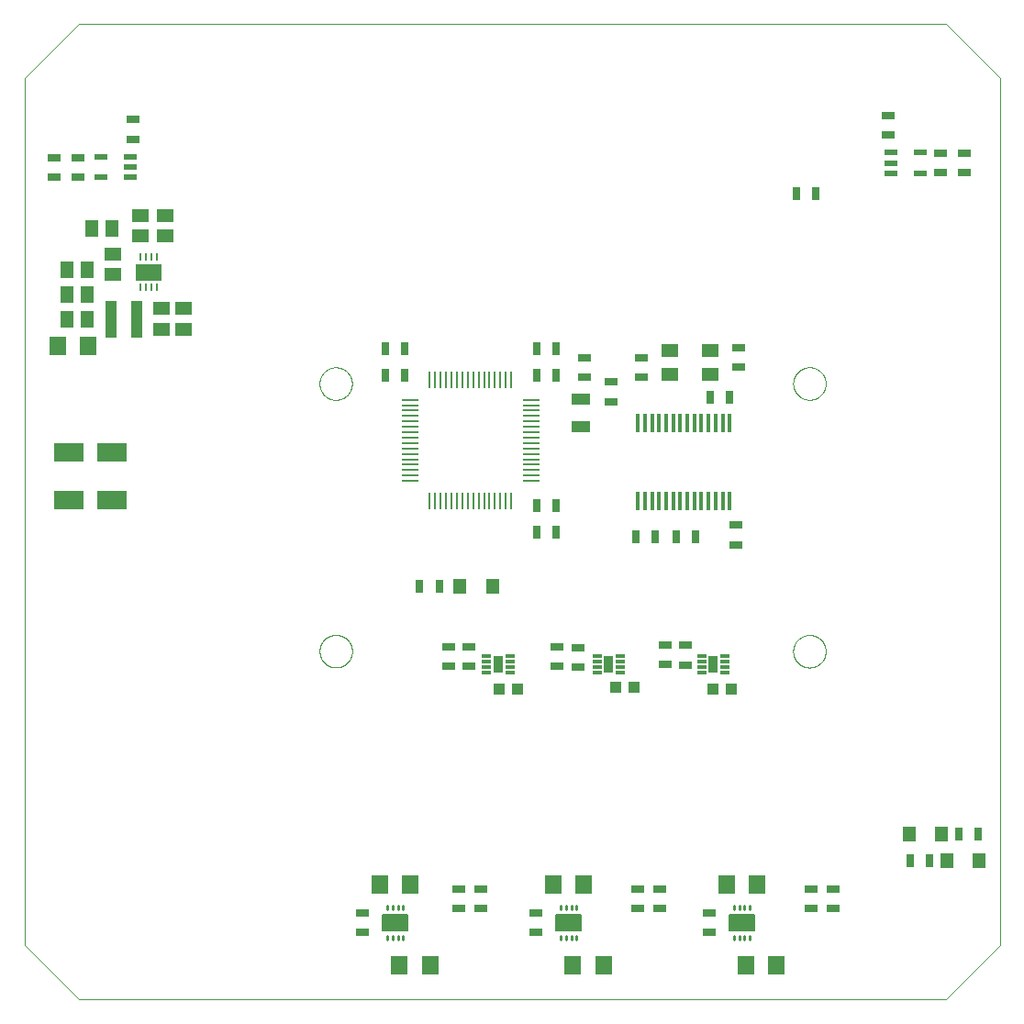
<source format=gtp>
G75*
%MOIN*%
%OFA0B0*%
%FSLAX25Y25*%
%IPPOS*%
%LPD*%
%AMOC8*
5,1,8,0,0,1.08239X$1,22.5*
%
%ADD10R,0.03937X0.04331*%
%ADD11R,0.03268X0.01181*%
%ADD12R,0.03543X0.06299*%
%ADD13C,0.00000*%
%ADD14R,0.04724X0.03150*%
%ADD15R,0.00984X0.06102*%
%ADD16R,0.06102X0.00984*%
%ADD17R,0.01575X0.06890*%
%ADD18R,0.07087X0.03937*%
%ADD19R,0.03150X0.04724*%
%ADD20R,0.06299X0.04921*%
%ADD21R,0.03937X0.00984*%
%ADD22R,0.00984X0.03937*%
%ADD23R,0.04724X0.02362*%
%ADD24R,0.04724X0.05512*%
%ADD25R,0.09370X0.06496*%
%ADD26R,0.00984X0.02756*%
%ADD27R,0.05906X0.05118*%
%ADD28R,0.03858X0.13386*%
%ADD29R,0.05118X0.05906*%
%ADD30R,0.06299X0.07087*%
%ADD31C,0.00945*%
%ADD32C,0.00504*%
%ADD33R,0.10630X0.07087*%
D10*
X0213050Y0114988D03*
X0219743Y0114988D03*
X0255320Y0115759D03*
X0262013Y0115759D03*
X0290667Y0115205D03*
X0297360Y0115205D03*
D11*
X0294901Y0121047D03*
X0294901Y0123016D03*
X0294901Y0124984D03*
X0294901Y0126953D03*
X0286515Y0126953D03*
X0286515Y0124984D03*
X0286515Y0123016D03*
X0286515Y0121047D03*
X0256901Y0121047D03*
X0256901Y0123016D03*
X0256901Y0124984D03*
X0256901Y0126953D03*
X0248515Y0126953D03*
X0248515Y0124984D03*
X0248515Y0123016D03*
X0248515Y0121047D03*
X0216801Y0121147D03*
X0216801Y0123116D03*
X0216801Y0125084D03*
X0216801Y0127053D03*
X0208415Y0127053D03*
X0208415Y0125084D03*
X0208415Y0123116D03*
X0208415Y0121147D03*
D12*
X0212608Y0124100D03*
X0252708Y0124000D03*
X0290708Y0124000D03*
D13*
X0040443Y0021920D02*
X0040443Y0336880D01*
X0060128Y0356565D01*
X0375089Y0356565D01*
X0394774Y0336880D01*
X0394774Y0021920D01*
X0375089Y0002235D01*
X0060128Y0002235D01*
X0040443Y0021920D01*
X0147682Y0128800D02*
X0147684Y0128953D01*
X0147690Y0129107D01*
X0147700Y0129260D01*
X0147714Y0129412D01*
X0147732Y0129565D01*
X0147754Y0129716D01*
X0147779Y0129867D01*
X0147809Y0130018D01*
X0147843Y0130168D01*
X0147880Y0130316D01*
X0147921Y0130464D01*
X0147966Y0130610D01*
X0148015Y0130756D01*
X0148068Y0130900D01*
X0148124Y0131042D01*
X0148184Y0131183D01*
X0148248Y0131323D01*
X0148315Y0131461D01*
X0148386Y0131597D01*
X0148461Y0131731D01*
X0148538Y0131863D01*
X0148620Y0131993D01*
X0148704Y0132121D01*
X0148792Y0132247D01*
X0148883Y0132370D01*
X0148977Y0132491D01*
X0149075Y0132609D01*
X0149175Y0132725D01*
X0149279Y0132838D01*
X0149385Y0132949D01*
X0149494Y0133057D01*
X0149606Y0133162D01*
X0149720Y0133263D01*
X0149838Y0133362D01*
X0149957Y0133458D01*
X0150079Y0133551D01*
X0150204Y0133640D01*
X0150331Y0133727D01*
X0150460Y0133809D01*
X0150591Y0133889D01*
X0150724Y0133965D01*
X0150859Y0134038D01*
X0150996Y0134107D01*
X0151135Y0134172D01*
X0151275Y0134234D01*
X0151417Y0134292D01*
X0151560Y0134347D01*
X0151705Y0134398D01*
X0151851Y0134445D01*
X0151998Y0134488D01*
X0152146Y0134527D01*
X0152295Y0134563D01*
X0152445Y0134594D01*
X0152596Y0134622D01*
X0152747Y0134646D01*
X0152900Y0134666D01*
X0153052Y0134682D01*
X0153205Y0134694D01*
X0153358Y0134702D01*
X0153511Y0134706D01*
X0153665Y0134706D01*
X0153818Y0134702D01*
X0153971Y0134694D01*
X0154124Y0134682D01*
X0154276Y0134666D01*
X0154429Y0134646D01*
X0154580Y0134622D01*
X0154731Y0134594D01*
X0154881Y0134563D01*
X0155030Y0134527D01*
X0155178Y0134488D01*
X0155325Y0134445D01*
X0155471Y0134398D01*
X0155616Y0134347D01*
X0155759Y0134292D01*
X0155901Y0134234D01*
X0156041Y0134172D01*
X0156180Y0134107D01*
X0156317Y0134038D01*
X0156452Y0133965D01*
X0156585Y0133889D01*
X0156716Y0133809D01*
X0156845Y0133727D01*
X0156972Y0133640D01*
X0157097Y0133551D01*
X0157219Y0133458D01*
X0157338Y0133362D01*
X0157456Y0133263D01*
X0157570Y0133162D01*
X0157682Y0133057D01*
X0157791Y0132949D01*
X0157897Y0132838D01*
X0158001Y0132725D01*
X0158101Y0132609D01*
X0158199Y0132491D01*
X0158293Y0132370D01*
X0158384Y0132247D01*
X0158472Y0132121D01*
X0158556Y0131993D01*
X0158638Y0131863D01*
X0158715Y0131731D01*
X0158790Y0131597D01*
X0158861Y0131461D01*
X0158928Y0131323D01*
X0158992Y0131183D01*
X0159052Y0131042D01*
X0159108Y0130900D01*
X0159161Y0130756D01*
X0159210Y0130610D01*
X0159255Y0130464D01*
X0159296Y0130316D01*
X0159333Y0130168D01*
X0159367Y0130018D01*
X0159397Y0129867D01*
X0159422Y0129716D01*
X0159444Y0129565D01*
X0159462Y0129412D01*
X0159476Y0129260D01*
X0159486Y0129107D01*
X0159492Y0128953D01*
X0159494Y0128800D01*
X0159492Y0128647D01*
X0159486Y0128493D01*
X0159476Y0128340D01*
X0159462Y0128188D01*
X0159444Y0128035D01*
X0159422Y0127884D01*
X0159397Y0127733D01*
X0159367Y0127582D01*
X0159333Y0127432D01*
X0159296Y0127284D01*
X0159255Y0127136D01*
X0159210Y0126990D01*
X0159161Y0126844D01*
X0159108Y0126700D01*
X0159052Y0126558D01*
X0158992Y0126417D01*
X0158928Y0126277D01*
X0158861Y0126139D01*
X0158790Y0126003D01*
X0158715Y0125869D01*
X0158638Y0125737D01*
X0158556Y0125607D01*
X0158472Y0125479D01*
X0158384Y0125353D01*
X0158293Y0125230D01*
X0158199Y0125109D01*
X0158101Y0124991D01*
X0158001Y0124875D01*
X0157897Y0124762D01*
X0157791Y0124651D01*
X0157682Y0124543D01*
X0157570Y0124438D01*
X0157456Y0124337D01*
X0157338Y0124238D01*
X0157219Y0124142D01*
X0157097Y0124049D01*
X0156972Y0123960D01*
X0156845Y0123873D01*
X0156716Y0123791D01*
X0156585Y0123711D01*
X0156452Y0123635D01*
X0156317Y0123562D01*
X0156180Y0123493D01*
X0156041Y0123428D01*
X0155901Y0123366D01*
X0155759Y0123308D01*
X0155616Y0123253D01*
X0155471Y0123202D01*
X0155325Y0123155D01*
X0155178Y0123112D01*
X0155030Y0123073D01*
X0154881Y0123037D01*
X0154731Y0123006D01*
X0154580Y0122978D01*
X0154429Y0122954D01*
X0154276Y0122934D01*
X0154124Y0122918D01*
X0153971Y0122906D01*
X0153818Y0122898D01*
X0153665Y0122894D01*
X0153511Y0122894D01*
X0153358Y0122898D01*
X0153205Y0122906D01*
X0153052Y0122918D01*
X0152900Y0122934D01*
X0152747Y0122954D01*
X0152596Y0122978D01*
X0152445Y0123006D01*
X0152295Y0123037D01*
X0152146Y0123073D01*
X0151998Y0123112D01*
X0151851Y0123155D01*
X0151705Y0123202D01*
X0151560Y0123253D01*
X0151417Y0123308D01*
X0151275Y0123366D01*
X0151135Y0123428D01*
X0150996Y0123493D01*
X0150859Y0123562D01*
X0150724Y0123635D01*
X0150591Y0123711D01*
X0150460Y0123791D01*
X0150331Y0123873D01*
X0150204Y0123960D01*
X0150079Y0124049D01*
X0149957Y0124142D01*
X0149838Y0124238D01*
X0149720Y0124337D01*
X0149606Y0124438D01*
X0149494Y0124543D01*
X0149385Y0124651D01*
X0149279Y0124762D01*
X0149175Y0124875D01*
X0149075Y0124991D01*
X0148977Y0125109D01*
X0148883Y0125230D01*
X0148792Y0125353D01*
X0148704Y0125479D01*
X0148620Y0125607D01*
X0148538Y0125737D01*
X0148461Y0125869D01*
X0148386Y0126003D01*
X0148315Y0126139D01*
X0148248Y0126277D01*
X0148184Y0126417D01*
X0148124Y0126558D01*
X0148068Y0126700D01*
X0148015Y0126844D01*
X0147966Y0126990D01*
X0147921Y0127136D01*
X0147880Y0127284D01*
X0147843Y0127432D01*
X0147809Y0127582D01*
X0147779Y0127733D01*
X0147754Y0127884D01*
X0147732Y0128035D01*
X0147714Y0128188D01*
X0147700Y0128340D01*
X0147690Y0128493D01*
X0147684Y0128647D01*
X0147682Y0128800D01*
X0147652Y0226010D02*
X0147654Y0226163D01*
X0147660Y0226317D01*
X0147670Y0226470D01*
X0147684Y0226622D01*
X0147702Y0226775D01*
X0147724Y0226926D01*
X0147749Y0227077D01*
X0147779Y0227228D01*
X0147813Y0227378D01*
X0147850Y0227526D01*
X0147891Y0227674D01*
X0147936Y0227820D01*
X0147985Y0227966D01*
X0148038Y0228110D01*
X0148094Y0228252D01*
X0148154Y0228393D01*
X0148218Y0228533D01*
X0148285Y0228671D01*
X0148356Y0228807D01*
X0148431Y0228941D01*
X0148508Y0229073D01*
X0148590Y0229203D01*
X0148674Y0229331D01*
X0148762Y0229457D01*
X0148853Y0229580D01*
X0148947Y0229701D01*
X0149045Y0229819D01*
X0149145Y0229935D01*
X0149249Y0230048D01*
X0149355Y0230159D01*
X0149464Y0230267D01*
X0149576Y0230372D01*
X0149690Y0230473D01*
X0149808Y0230572D01*
X0149927Y0230668D01*
X0150049Y0230761D01*
X0150174Y0230850D01*
X0150301Y0230937D01*
X0150430Y0231019D01*
X0150561Y0231099D01*
X0150694Y0231175D01*
X0150829Y0231248D01*
X0150966Y0231317D01*
X0151105Y0231382D01*
X0151245Y0231444D01*
X0151387Y0231502D01*
X0151530Y0231557D01*
X0151675Y0231608D01*
X0151821Y0231655D01*
X0151968Y0231698D01*
X0152116Y0231737D01*
X0152265Y0231773D01*
X0152415Y0231804D01*
X0152566Y0231832D01*
X0152717Y0231856D01*
X0152870Y0231876D01*
X0153022Y0231892D01*
X0153175Y0231904D01*
X0153328Y0231912D01*
X0153481Y0231916D01*
X0153635Y0231916D01*
X0153788Y0231912D01*
X0153941Y0231904D01*
X0154094Y0231892D01*
X0154246Y0231876D01*
X0154399Y0231856D01*
X0154550Y0231832D01*
X0154701Y0231804D01*
X0154851Y0231773D01*
X0155000Y0231737D01*
X0155148Y0231698D01*
X0155295Y0231655D01*
X0155441Y0231608D01*
X0155586Y0231557D01*
X0155729Y0231502D01*
X0155871Y0231444D01*
X0156011Y0231382D01*
X0156150Y0231317D01*
X0156287Y0231248D01*
X0156422Y0231175D01*
X0156555Y0231099D01*
X0156686Y0231019D01*
X0156815Y0230937D01*
X0156942Y0230850D01*
X0157067Y0230761D01*
X0157189Y0230668D01*
X0157308Y0230572D01*
X0157426Y0230473D01*
X0157540Y0230372D01*
X0157652Y0230267D01*
X0157761Y0230159D01*
X0157867Y0230048D01*
X0157971Y0229935D01*
X0158071Y0229819D01*
X0158169Y0229701D01*
X0158263Y0229580D01*
X0158354Y0229457D01*
X0158442Y0229331D01*
X0158526Y0229203D01*
X0158608Y0229073D01*
X0158685Y0228941D01*
X0158760Y0228807D01*
X0158831Y0228671D01*
X0158898Y0228533D01*
X0158962Y0228393D01*
X0159022Y0228252D01*
X0159078Y0228110D01*
X0159131Y0227966D01*
X0159180Y0227820D01*
X0159225Y0227674D01*
X0159266Y0227526D01*
X0159303Y0227378D01*
X0159337Y0227228D01*
X0159367Y0227077D01*
X0159392Y0226926D01*
X0159414Y0226775D01*
X0159432Y0226622D01*
X0159446Y0226470D01*
X0159456Y0226317D01*
X0159462Y0226163D01*
X0159464Y0226010D01*
X0159462Y0225857D01*
X0159456Y0225703D01*
X0159446Y0225550D01*
X0159432Y0225398D01*
X0159414Y0225245D01*
X0159392Y0225094D01*
X0159367Y0224943D01*
X0159337Y0224792D01*
X0159303Y0224642D01*
X0159266Y0224494D01*
X0159225Y0224346D01*
X0159180Y0224200D01*
X0159131Y0224054D01*
X0159078Y0223910D01*
X0159022Y0223768D01*
X0158962Y0223627D01*
X0158898Y0223487D01*
X0158831Y0223349D01*
X0158760Y0223213D01*
X0158685Y0223079D01*
X0158608Y0222947D01*
X0158526Y0222817D01*
X0158442Y0222689D01*
X0158354Y0222563D01*
X0158263Y0222440D01*
X0158169Y0222319D01*
X0158071Y0222201D01*
X0157971Y0222085D01*
X0157867Y0221972D01*
X0157761Y0221861D01*
X0157652Y0221753D01*
X0157540Y0221648D01*
X0157426Y0221547D01*
X0157308Y0221448D01*
X0157189Y0221352D01*
X0157067Y0221259D01*
X0156942Y0221170D01*
X0156815Y0221083D01*
X0156686Y0221001D01*
X0156555Y0220921D01*
X0156422Y0220845D01*
X0156287Y0220772D01*
X0156150Y0220703D01*
X0156011Y0220638D01*
X0155871Y0220576D01*
X0155729Y0220518D01*
X0155586Y0220463D01*
X0155441Y0220412D01*
X0155295Y0220365D01*
X0155148Y0220322D01*
X0155000Y0220283D01*
X0154851Y0220247D01*
X0154701Y0220216D01*
X0154550Y0220188D01*
X0154399Y0220164D01*
X0154246Y0220144D01*
X0154094Y0220128D01*
X0153941Y0220116D01*
X0153788Y0220108D01*
X0153635Y0220104D01*
X0153481Y0220104D01*
X0153328Y0220108D01*
X0153175Y0220116D01*
X0153022Y0220128D01*
X0152870Y0220144D01*
X0152717Y0220164D01*
X0152566Y0220188D01*
X0152415Y0220216D01*
X0152265Y0220247D01*
X0152116Y0220283D01*
X0151968Y0220322D01*
X0151821Y0220365D01*
X0151675Y0220412D01*
X0151530Y0220463D01*
X0151387Y0220518D01*
X0151245Y0220576D01*
X0151105Y0220638D01*
X0150966Y0220703D01*
X0150829Y0220772D01*
X0150694Y0220845D01*
X0150561Y0220921D01*
X0150430Y0221001D01*
X0150301Y0221083D01*
X0150174Y0221170D01*
X0150049Y0221259D01*
X0149927Y0221352D01*
X0149808Y0221448D01*
X0149690Y0221547D01*
X0149576Y0221648D01*
X0149464Y0221753D01*
X0149355Y0221861D01*
X0149249Y0221972D01*
X0149145Y0222085D01*
X0149045Y0222201D01*
X0148947Y0222319D01*
X0148853Y0222440D01*
X0148762Y0222563D01*
X0148674Y0222689D01*
X0148590Y0222817D01*
X0148508Y0222947D01*
X0148431Y0223079D01*
X0148356Y0223213D01*
X0148285Y0223349D01*
X0148218Y0223487D01*
X0148154Y0223627D01*
X0148094Y0223768D01*
X0148038Y0223910D01*
X0147985Y0224054D01*
X0147936Y0224200D01*
X0147891Y0224346D01*
X0147850Y0224494D01*
X0147813Y0224642D01*
X0147779Y0224792D01*
X0147749Y0224943D01*
X0147724Y0225094D01*
X0147702Y0225245D01*
X0147684Y0225398D01*
X0147670Y0225550D01*
X0147660Y0225703D01*
X0147654Y0225857D01*
X0147652Y0226010D01*
X0319722Y0226030D02*
X0319724Y0226183D01*
X0319730Y0226337D01*
X0319740Y0226490D01*
X0319754Y0226642D01*
X0319772Y0226795D01*
X0319794Y0226946D01*
X0319819Y0227097D01*
X0319849Y0227248D01*
X0319883Y0227398D01*
X0319920Y0227546D01*
X0319961Y0227694D01*
X0320006Y0227840D01*
X0320055Y0227986D01*
X0320108Y0228130D01*
X0320164Y0228272D01*
X0320224Y0228413D01*
X0320288Y0228553D01*
X0320355Y0228691D01*
X0320426Y0228827D01*
X0320501Y0228961D01*
X0320578Y0229093D01*
X0320660Y0229223D01*
X0320744Y0229351D01*
X0320832Y0229477D01*
X0320923Y0229600D01*
X0321017Y0229721D01*
X0321115Y0229839D01*
X0321215Y0229955D01*
X0321319Y0230068D01*
X0321425Y0230179D01*
X0321534Y0230287D01*
X0321646Y0230392D01*
X0321760Y0230493D01*
X0321878Y0230592D01*
X0321997Y0230688D01*
X0322119Y0230781D01*
X0322244Y0230870D01*
X0322371Y0230957D01*
X0322500Y0231039D01*
X0322631Y0231119D01*
X0322764Y0231195D01*
X0322899Y0231268D01*
X0323036Y0231337D01*
X0323175Y0231402D01*
X0323315Y0231464D01*
X0323457Y0231522D01*
X0323600Y0231577D01*
X0323745Y0231628D01*
X0323891Y0231675D01*
X0324038Y0231718D01*
X0324186Y0231757D01*
X0324335Y0231793D01*
X0324485Y0231824D01*
X0324636Y0231852D01*
X0324787Y0231876D01*
X0324940Y0231896D01*
X0325092Y0231912D01*
X0325245Y0231924D01*
X0325398Y0231932D01*
X0325551Y0231936D01*
X0325705Y0231936D01*
X0325858Y0231932D01*
X0326011Y0231924D01*
X0326164Y0231912D01*
X0326316Y0231896D01*
X0326469Y0231876D01*
X0326620Y0231852D01*
X0326771Y0231824D01*
X0326921Y0231793D01*
X0327070Y0231757D01*
X0327218Y0231718D01*
X0327365Y0231675D01*
X0327511Y0231628D01*
X0327656Y0231577D01*
X0327799Y0231522D01*
X0327941Y0231464D01*
X0328081Y0231402D01*
X0328220Y0231337D01*
X0328357Y0231268D01*
X0328492Y0231195D01*
X0328625Y0231119D01*
X0328756Y0231039D01*
X0328885Y0230957D01*
X0329012Y0230870D01*
X0329137Y0230781D01*
X0329259Y0230688D01*
X0329378Y0230592D01*
X0329496Y0230493D01*
X0329610Y0230392D01*
X0329722Y0230287D01*
X0329831Y0230179D01*
X0329937Y0230068D01*
X0330041Y0229955D01*
X0330141Y0229839D01*
X0330239Y0229721D01*
X0330333Y0229600D01*
X0330424Y0229477D01*
X0330512Y0229351D01*
X0330596Y0229223D01*
X0330678Y0229093D01*
X0330755Y0228961D01*
X0330830Y0228827D01*
X0330901Y0228691D01*
X0330968Y0228553D01*
X0331032Y0228413D01*
X0331092Y0228272D01*
X0331148Y0228130D01*
X0331201Y0227986D01*
X0331250Y0227840D01*
X0331295Y0227694D01*
X0331336Y0227546D01*
X0331373Y0227398D01*
X0331407Y0227248D01*
X0331437Y0227097D01*
X0331462Y0226946D01*
X0331484Y0226795D01*
X0331502Y0226642D01*
X0331516Y0226490D01*
X0331526Y0226337D01*
X0331532Y0226183D01*
X0331534Y0226030D01*
X0331532Y0225877D01*
X0331526Y0225723D01*
X0331516Y0225570D01*
X0331502Y0225418D01*
X0331484Y0225265D01*
X0331462Y0225114D01*
X0331437Y0224963D01*
X0331407Y0224812D01*
X0331373Y0224662D01*
X0331336Y0224514D01*
X0331295Y0224366D01*
X0331250Y0224220D01*
X0331201Y0224074D01*
X0331148Y0223930D01*
X0331092Y0223788D01*
X0331032Y0223647D01*
X0330968Y0223507D01*
X0330901Y0223369D01*
X0330830Y0223233D01*
X0330755Y0223099D01*
X0330678Y0222967D01*
X0330596Y0222837D01*
X0330512Y0222709D01*
X0330424Y0222583D01*
X0330333Y0222460D01*
X0330239Y0222339D01*
X0330141Y0222221D01*
X0330041Y0222105D01*
X0329937Y0221992D01*
X0329831Y0221881D01*
X0329722Y0221773D01*
X0329610Y0221668D01*
X0329496Y0221567D01*
X0329378Y0221468D01*
X0329259Y0221372D01*
X0329137Y0221279D01*
X0329012Y0221190D01*
X0328885Y0221103D01*
X0328756Y0221021D01*
X0328625Y0220941D01*
X0328492Y0220865D01*
X0328357Y0220792D01*
X0328220Y0220723D01*
X0328081Y0220658D01*
X0327941Y0220596D01*
X0327799Y0220538D01*
X0327656Y0220483D01*
X0327511Y0220432D01*
X0327365Y0220385D01*
X0327218Y0220342D01*
X0327070Y0220303D01*
X0326921Y0220267D01*
X0326771Y0220236D01*
X0326620Y0220208D01*
X0326469Y0220184D01*
X0326316Y0220164D01*
X0326164Y0220148D01*
X0326011Y0220136D01*
X0325858Y0220128D01*
X0325705Y0220124D01*
X0325551Y0220124D01*
X0325398Y0220128D01*
X0325245Y0220136D01*
X0325092Y0220148D01*
X0324940Y0220164D01*
X0324787Y0220184D01*
X0324636Y0220208D01*
X0324485Y0220236D01*
X0324335Y0220267D01*
X0324186Y0220303D01*
X0324038Y0220342D01*
X0323891Y0220385D01*
X0323745Y0220432D01*
X0323600Y0220483D01*
X0323457Y0220538D01*
X0323315Y0220596D01*
X0323175Y0220658D01*
X0323036Y0220723D01*
X0322899Y0220792D01*
X0322764Y0220865D01*
X0322631Y0220941D01*
X0322500Y0221021D01*
X0322371Y0221103D01*
X0322244Y0221190D01*
X0322119Y0221279D01*
X0321997Y0221372D01*
X0321878Y0221468D01*
X0321760Y0221567D01*
X0321646Y0221668D01*
X0321534Y0221773D01*
X0321425Y0221881D01*
X0321319Y0221992D01*
X0321215Y0222105D01*
X0321115Y0222221D01*
X0321017Y0222339D01*
X0320923Y0222460D01*
X0320832Y0222583D01*
X0320744Y0222709D01*
X0320660Y0222837D01*
X0320578Y0222967D01*
X0320501Y0223099D01*
X0320426Y0223233D01*
X0320355Y0223369D01*
X0320288Y0223507D01*
X0320224Y0223647D01*
X0320164Y0223788D01*
X0320108Y0223930D01*
X0320055Y0224074D01*
X0320006Y0224220D01*
X0319961Y0224366D01*
X0319920Y0224514D01*
X0319883Y0224662D01*
X0319849Y0224812D01*
X0319819Y0224963D01*
X0319794Y0225114D01*
X0319772Y0225265D01*
X0319754Y0225418D01*
X0319740Y0225570D01*
X0319730Y0225723D01*
X0319724Y0225877D01*
X0319722Y0226030D01*
X0319722Y0128770D02*
X0319724Y0128923D01*
X0319730Y0129077D01*
X0319740Y0129230D01*
X0319754Y0129382D01*
X0319772Y0129535D01*
X0319794Y0129686D01*
X0319819Y0129837D01*
X0319849Y0129988D01*
X0319883Y0130138D01*
X0319920Y0130286D01*
X0319961Y0130434D01*
X0320006Y0130580D01*
X0320055Y0130726D01*
X0320108Y0130870D01*
X0320164Y0131012D01*
X0320224Y0131153D01*
X0320288Y0131293D01*
X0320355Y0131431D01*
X0320426Y0131567D01*
X0320501Y0131701D01*
X0320578Y0131833D01*
X0320660Y0131963D01*
X0320744Y0132091D01*
X0320832Y0132217D01*
X0320923Y0132340D01*
X0321017Y0132461D01*
X0321115Y0132579D01*
X0321215Y0132695D01*
X0321319Y0132808D01*
X0321425Y0132919D01*
X0321534Y0133027D01*
X0321646Y0133132D01*
X0321760Y0133233D01*
X0321878Y0133332D01*
X0321997Y0133428D01*
X0322119Y0133521D01*
X0322244Y0133610D01*
X0322371Y0133697D01*
X0322500Y0133779D01*
X0322631Y0133859D01*
X0322764Y0133935D01*
X0322899Y0134008D01*
X0323036Y0134077D01*
X0323175Y0134142D01*
X0323315Y0134204D01*
X0323457Y0134262D01*
X0323600Y0134317D01*
X0323745Y0134368D01*
X0323891Y0134415D01*
X0324038Y0134458D01*
X0324186Y0134497D01*
X0324335Y0134533D01*
X0324485Y0134564D01*
X0324636Y0134592D01*
X0324787Y0134616D01*
X0324940Y0134636D01*
X0325092Y0134652D01*
X0325245Y0134664D01*
X0325398Y0134672D01*
X0325551Y0134676D01*
X0325705Y0134676D01*
X0325858Y0134672D01*
X0326011Y0134664D01*
X0326164Y0134652D01*
X0326316Y0134636D01*
X0326469Y0134616D01*
X0326620Y0134592D01*
X0326771Y0134564D01*
X0326921Y0134533D01*
X0327070Y0134497D01*
X0327218Y0134458D01*
X0327365Y0134415D01*
X0327511Y0134368D01*
X0327656Y0134317D01*
X0327799Y0134262D01*
X0327941Y0134204D01*
X0328081Y0134142D01*
X0328220Y0134077D01*
X0328357Y0134008D01*
X0328492Y0133935D01*
X0328625Y0133859D01*
X0328756Y0133779D01*
X0328885Y0133697D01*
X0329012Y0133610D01*
X0329137Y0133521D01*
X0329259Y0133428D01*
X0329378Y0133332D01*
X0329496Y0133233D01*
X0329610Y0133132D01*
X0329722Y0133027D01*
X0329831Y0132919D01*
X0329937Y0132808D01*
X0330041Y0132695D01*
X0330141Y0132579D01*
X0330239Y0132461D01*
X0330333Y0132340D01*
X0330424Y0132217D01*
X0330512Y0132091D01*
X0330596Y0131963D01*
X0330678Y0131833D01*
X0330755Y0131701D01*
X0330830Y0131567D01*
X0330901Y0131431D01*
X0330968Y0131293D01*
X0331032Y0131153D01*
X0331092Y0131012D01*
X0331148Y0130870D01*
X0331201Y0130726D01*
X0331250Y0130580D01*
X0331295Y0130434D01*
X0331336Y0130286D01*
X0331373Y0130138D01*
X0331407Y0129988D01*
X0331437Y0129837D01*
X0331462Y0129686D01*
X0331484Y0129535D01*
X0331502Y0129382D01*
X0331516Y0129230D01*
X0331526Y0129077D01*
X0331532Y0128923D01*
X0331534Y0128770D01*
X0331532Y0128617D01*
X0331526Y0128463D01*
X0331516Y0128310D01*
X0331502Y0128158D01*
X0331484Y0128005D01*
X0331462Y0127854D01*
X0331437Y0127703D01*
X0331407Y0127552D01*
X0331373Y0127402D01*
X0331336Y0127254D01*
X0331295Y0127106D01*
X0331250Y0126960D01*
X0331201Y0126814D01*
X0331148Y0126670D01*
X0331092Y0126528D01*
X0331032Y0126387D01*
X0330968Y0126247D01*
X0330901Y0126109D01*
X0330830Y0125973D01*
X0330755Y0125839D01*
X0330678Y0125707D01*
X0330596Y0125577D01*
X0330512Y0125449D01*
X0330424Y0125323D01*
X0330333Y0125200D01*
X0330239Y0125079D01*
X0330141Y0124961D01*
X0330041Y0124845D01*
X0329937Y0124732D01*
X0329831Y0124621D01*
X0329722Y0124513D01*
X0329610Y0124408D01*
X0329496Y0124307D01*
X0329378Y0124208D01*
X0329259Y0124112D01*
X0329137Y0124019D01*
X0329012Y0123930D01*
X0328885Y0123843D01*
X0328756Y0123761D01*
X0328625Y0123681D01*
X0328492Y0123605D01*
X0328357Y0123532D01*
X0328220Y0123463D01*
X0328081Y0123398D01*
X0327941Y0123336D01*
X0327799Y0123278D01*
X0327656Y0123223D01*
X0327511Y0123172D01*
X0327365Y0123125D01*
X0327218Y0123082D01*
X0327070Y0123043D01*
X0326921Y0123007D01*
X0326771Y0122976D01*
X0326620Y0122948D01*
X0326469Y0122924D01*
X0326316Y0122904D01*
X0326164Y0122888D01*
X0326011Y0122876D01*
X0325858Y0122868D01*
X0325705Y0122864D01*
X0325551Y0122864D01*
X0325398Y0122868D01*
X0325245Y0122876D01*
X0325092Y0122888D01*
X0324940Y0122904D01*
X0324787Y0122924D01*
X0324636Y0122948D01*
X0324485Y0122976D01*
X0324335Y0123007D01*
X0324186Y0123043D01*
X0324038Y0123082D01*
X0323891Y0123125D01*
X0323745Y0123172D01*
X0323600Y0123223D01*
X0323457Y0123278D01*
X0323315Y0123336D01*
X0323175Y0123398D01*
X0323036Y0123463D01*
X0322899Y0123532D01*
X0322764Y0123605D01*
X0322631Y0123681D01*
X0322500Y0123761D01*
X0322371Y0123843D01*
X0322244Y0123930D01*
X0322119Y0124019D01*
X0321997Y0124112D01*
X0321878Y0124208D01*
X0321760Y0124307D01*
X0321646Y0124408D01*
X0321534Y0124513D01*
X0321425Y0124621D01*
X0321319Y0124732D01*
X0321215Y0124845D01*
X0321115Y0124961D01*
X0321017Y0125079D01*
X0320923Y0125200D01*
X0320832Y0125323D01*
X0320744Y0125449D01*
X0320660Y0125577D01*
X0320578Y0125707D01*
X0320501Y0125839D01*
X0320426Y0125973D01*
X0320355Y0126109D01*
X0320288Y0126247D01*
X0320224Y0126387D01*
X0320164Y0126528D01*
X0320108Y0126670D01*
X0320055Y0126814D01*
X0320006Y0126960D01*
X0319961Y0127106D01*
X0319920Y0127254D01*
X0319883Y0127402D01*
X0319849Y0127552D01*
X0319819Y0127703D01*
X0319794Y0127854D01*
X0319772Y0128005D01*
X0319754Y0128158D01*
X0319740Y0128310D01*
X0319730Y0128463D01*
X0319724Y0128617D01*
X0319722Y0128770D01*
D14*
X0280608Y0130943D03*
X0280608Y0123857D03*
X0273299Y0123978D03*
X0273299Y0131065D03*
X0241734Y0130132D03*
X0241734Y0123046D03*
X0233929Y0123378D03*
X0233929Y0130465D03*
X0201808Y0130443D03*
X0201808Y0123357D03*
X0194622Y0123378D03*
X0194622Y0130465D03*
X0198364Y0042439D03*
X0198364Y0035353D03*
X0206238Y0035353D03*
X0206238Y0042439D03*
X0226292Y0033665D03*
X0226292Y0026578D03*
X0263325Y0035353D03*
X0271199Y0035353D03*
X0271199Y0042439D03*
X0263325Y0042439D03*
X0289284Y0033665D03*
X0289284Y0026578D03*
X0326317Y0035353D03*
X0326317Y0042439D03*
X0334191Y0042439D03*
X0334191Y0035353D03*
X0298965Y0167487D03*
X0298965Y0174573D03*
X0253689Y0219494D03*
X0253689Y0226581D03*
X0243847Y0228353D03*
X0243847Y0235439D03*
X0264516Y0235439D03*
X0264516Y0228353D03*
X0299949Y0231955D03*
X0299949Y0239042D03*
X0373108Y0302607D03*
X0373108Y0309693D03*
X0381858Y0309693D03*
X0381858Y0302607D03*
X0354358Y0316357D03*
X0354358Y0323443D03*
X0079858Y0321943D03*
X0079858Y0314857D03*
X0059858Y0308193D03*
X0059858Y0301107D03*
X0051108Y0301107D03*
X0051108Y0308193D03*
X0163300Y0033665D03*
X0163300Y0026578D03*
D15*
X0187745Y0183353D03*
X0189713Y0183353D03*
X0191682Y0183353D03*
X0193650Y0183353D03*
X0195619Y0183353D03*
X0197587Y0183353D03*
X0199556Y0183353D03*
X0201524Y0183353D03*
X0203493Y0183353D03*
X0205461Y0183353D03*
X0207430Y0183353D03*
X0209398Y0183353D03*
X0211367Y0183353D03*
X0213335Y0183353D03*
X0215304Y0183353D03*
X0217272Y0183353D03*
X0217272Y0227447D03*
X0215304Y0227447D03*
X0213335Y0227447D03*
X0211367Y0227447D03*
X0209398Y0227447D03*
X0207430Y0227447D03*
X0205461Y0227447D03*
X0203493Y0227447D03*
X0201524Y0227447D03*
X0199556Y0227447D03*
X0197587Y0227447D03*
X0195619Y0227447D03*
X0193650Y0227447D03*
X0191682Y0227447D03*
X0189713Y0227447D03*
X0187745Y0227447D03*
D16*
X0180461Y0220164D03*
X0180461Y0218195D03*
X0180461Y0216227D03*
X0180461Y0214258D03*
X0180461Y0212290D03*
X0180461Y0210321D03*
X0180461Y0208353D03*
X0180461Y0206384D03*
X0180461Y0204416D03*
X0180461Y0202447D03*
X0180461Y0200479D03*
X0180461Y0198510D03*
X0180461Y0196542D03*
X0180461Y0194573D03*
X0180461Y0192605D03*
X0180461Y0190636D03*
X0224556Y0190636D03*
X0224556Y0192605D03*
X0224556Y0194573D03*
X0224556Y0196542D03*
X0224556Y0198510D03*
X0224556Y0200479D03*
X0224556Y0202447D03*
X0224556Y0204416D03*
X0224556Y0206384D03*
X0224556Y0208353D03*
X0224556Y0210321D03*
X0224556Y0212290D03*
X0224556Y0214258D03*
X0224556Y0216227D03*
X0224556Y0218195D03*
X0224556Y0220164D03*
D17*
X0263374Y0211699D03*
X0265933Y0211699D03*
X0268493Y0211699D03*
X0271052Y0211699D03*
X0273611Y0211699D03*
X0276170Y0211699D03*
X0278729Y0211699D03*
X0281288Y0211699D03*
X0283847Y0211699D03*
X0286406Y0211699D03*
X0288965Y0211699D03*
X0291524Y0211699D03*
X0294083Y0211699D03*
X0296642Y0211699D03*
X0296642Y0183353D03*
X0294083Y0183353D03*
X0291524Y0183353D03*
X0288965Y0183353D03*
X0286406Y0183353D03*
X0283847Y0183353D03*
X0281288Y0183353D03*
X0278729Y0183353D03*
X0276170Y0183353D03*
X0273611Y0183353D03*
X0271052Y0183353D03*
X0268493Y0183353D03*
X0265933Y0183353D03*
X0263374Y0183353D03*
D18*
X0242508Y0210479D03*
X0242508Y0220321D03*
D19*
X0233532Y0229022D03*
X0226445Y0229022D03*
X0226445Y0238865D03*
X0233532Y0238865D03*
X0178571Y0238865D03*
X0171485Y0238865D03*
X0171485Y0229022D03*
X0178571Y0229022D03*
X0226445Y0181778D03*
X0233532Y0181778D03*
X0233532Y0171935D03*
X0226445Y0171935D03*
X0262528Y0170459D03*
X0269615Y0170459D03*
X0277134Y0170459D03*
X0284221Y0170459D03*
X0289536Y0221050D03*
X0296622Y0221050D03*
X0320815Y0294900D03*
X0327902Y0294900D03*
X0191152Y0152400D03*
X0184065Y0152400D03*
X0362144Y0052676D03*
X0369230Y0052676D03*
X0379860Y0062518D03*
X0386947Y0062518D03*
D20*
X0289437Y0229534D03*
X0289437Y0238195D03*
X0274870Y0238195D03*
X0274870Y0229534D03*
D21*
X0298965Y0175282D03*
D22*
X0276819Y0170459D03*
X0225675Y0171931D03*
X0289221Y0221050D03*
X0225753Y0238795D03*
X0179034Y0238995D03*
D23*
X0078923Y0300910D03*
X0078923Y0304650D03*
X0078923Y0308390D03*
X0068293Y0308390D03*
X0068293Y0300910D03*
X0355293Y0302410D03*
X0355293Y0306150D03*
X0355293Y0309890D03*
X0365923Y0309890D03*
X0365923Y0302410D03*
D24*
X0210514Y0152400D03*
X0198703Y0152400D03*
X0361750Y0062518D03*
X0373561Y0062518D03*
X0375530Y0052676D03*
X0387341Y0052676D03*
D25*
X0085608Y0266400D03*
D26*
X0084624Y0260888D03*
X0082656Y0260888D03*
X0086593Y0260888D03*
X0088561Y0260888D03*
X0088561Y0271912D03*
X0086593Y0271912D03*
X0084624Y0271912D03*
X0082656Y0271912D03*
D27*
X0082608Y0279660D03*
X0082608Y0287140D03*
X0091608Y0287140D03*
X0091608Y0279660D03*
X0072608Y0273140D03*
X0072608Y0265660D03*
X0090096Y0253266D03*
X0090096Y0245786D03*
X0098364Y0245786D03*
X0098364Y0253266D03*
D28*
X0081274Y0249400D03*
X0071943Y0249400D03*
D29*
X0063348Y0249400D03*
X0055868Y0249400D03*
X0055868Y0258400D03*
X0063348Y0258400D03*
X0063348Y0267400D03*
X0055868Y0267400D03*
X0064868Y0282400D03*
X0072348Y0282400D03*
D30*
X0063620Y0239700D03*
X0052596Y0239700D03*
X0169599Y0043901D03*
X0180622Y0043901D03*
X0176736Y0014600D03*
X0187759Y0014600D03*
X0232591Y0043901D03*
X0243615Y0043901D03*
X0239728Y0014600D03*
X0250752Y0014600D03*
X0295583Y0043901D03*
X0306607Y0043901D03*
X0302720Y0014600D03*
X0313744Y0014600D03*
D31*
X0304048Y0023900D02*
X0304048Y0025318D01*
X0304048Y0025318D01*
X0304048Y0023900D01*
X0304048Y0023900D01*
X0304048Y0024844D02*
X0304048Y0024844D01*
X0302079Y0025318D02*
X0302079Y0023900D01*
X0302079Y0025318D02*
X0302079Y0025318D01*
X0302079Y0023900D01*
X0302079Y0023900D01*
X0302079Y0024844D02*
X0302079Y0024844D01*
X0300111Y0025318D02*
X0300111Y0023900D01*
X0300111Y0025318D02*
X0300111Y0025318D01*
X0300111Y0023900D01*
X0300111Y0023900D01*
X0300111Y0024844D02*
X0300111Y0024844D01*
X0298142Y0025318D02*
X0298142Y0023900D01*
X0298142Y0025318D02*
X0298142Y0025318D01*
X0298142Y0023900D01*
X0298142Y0023900D01*
X0298142Y0024844D02*
X0298142Y0024844D01*
X0298142Y0034924D02*
X0298142Y0036342D01*
X0298142Y0034924D02*
X0298142Y0034924D01*
X0298142Y0036342D01*
X0298142Y0036342D01*
X0298142Y0035868D02*
X0298142Y0035868D01*
X0300111Y0036342D02*
X0300111Y0034924D01*
X0300111Y0034924D01*
X0300111Y0036342D01*
X0300111Y0036342D01*
X0300111Y0035868D02*
X0300111Y0035868D01*
X0302079Y0036342D02*
X0302079Y0034924D01*
X0302079Y0034924D01*
X0302079Y0036342D01*
X0302079Y0036342D01*
X0302079Y0035868D02*
X0302079Y0035868D01*
X0304048Y0036342D02*
X0304048Y0034924D01*
X0304048Y0034924D01*
X0304048Y0036342D01*
X0304048Y0036342D01*
X0304048Y0035868D02*
X0304048Y0035868D01*
X0241056Y0036342D02*
X0241056Y0034924D01*
X0241056Y0034924D01*
X0241056Y0036342D01*
X0241056Y0036342D01*
X0241056Y0035868D02*
X0241056Y0035868D01*
X0239087Y0036342D02*
X0239087Y0034924D01*
X0239087Y0034924D01*
X0239087Y0036342D01*
X0239087Y0036342D01*
X0239087Y0035868D02*
X0239087Y0035868D01*
X0237119Y0036342D02*
X0237119Y0034924D01*
X0237119Y0034924D01*
X0237119Y0036342D01*
X0237119Y0036342D01*
X0237119Y0035868D02*
X0237119Y0035868D01*
X0235150Y0036342D02*
X0235150Y0034924D01*
X0235150Y0034924D01*
X0235150Y0036342D01*
X0235150Y0036342D01*
X0235150Y0035868D02*
X0235150Y0035868D01*
X0235150Y0025318D02*
X0235150Y0023900D01*
X0235150Y0025318D02*
X0235150Y0025318D01*
X0235150Y0023900D01*
X0235150Y0023900D01*
X0235150Y0024844D02*
X0235150Y0024844D01*
X0237119Y0025318D02*
X0237119Y0023900D01*
X0237119Y0025318D02*
X0237119Y0025318D01*
X0237119Y0023900D01*
X0237119Y0023900D01*
X0237119Y0024844D02*
X0237119Y0024844D01*
X0239087Y0025318D02*
X0239087Y0023900D01*
X0239087Y0025318D02*
X0239087Y0025318D01*
X0239087Y0023900D01*
X0239087Y0023900D01*
X0239087Y0024844D02*
X0239087Y0024844D01*
X0241056Y0025318D02*
X0241056Y0023900D01*
X0241056Y0025318D02*
X0241056Y0025318D01*
X0241056Y0023900D01*
X0241056Y0023900D01*
X0241056Y0024844D02*
X0241056Y0024844D01*
X0178063Y0025318D02*
X0178063Y0023900D01*
X0178063Y0025318D02*
X0178063Y0025318D01*
X0178063Y0023900D01*
X0178063Y0023900D01*
X0178063Y0024844D02*
X0178063Y0024844D01*
X0176095Y0025318D02*
X0176095Y0023900D01*
X0176095Y0025318D02*
X0176095Y0025318D01*
X0176095Y0023900D01*
X0176095Y0023900D01*
X0176095Y0024844D02*
X0176095Y0024844D01*
X0174126Y0025318D02*
X0174126Y0023900D01*
X0174126Y0025318D02*
X0174126Y0025318D01*
X0174126Y0023900D01*
X0174126Y0023900D01*
X0174126Y0024844D02*
X0174126Y0024844D01*
X0172158Y0025318D02*
X0172158Y0023900D01*
X0172158Y0025318D02*
X0172158Y0025318D01*
X0172158Y0023900D01*
X0172158Y0023900D01*
X0172158Y0024844D02*
X0172158Y0024844D01*
X0172158Y0034924D02*
X0172158Y0036342D01*
X0172158Y0034924D02*
X0172158Y0034924D01*
X0172158Y0036342D01*
X0172158Y0036342D01*
X0172158Y0035868D02*
X0172158Y0035868D01*
X0174126Y0036342D02*
X0174126Y0034924D01*
X0174126Y0034924D01*
X0174126Y0036342D01*
X0174126Y0036342D01*
X0174126Y0035868D02*
X0174126Y0035868D01*
X0176095Y0036342D02*
X0176095Y0034924D01*
X0176095Y0034924D01*
X0176095Y0036342D01*
X0176095Y0036342D01*
X0176095Y0035868D02*
X0176095Y0035868D01*
X0178063Y0036342D02*
X0178063Y0034924D01*
X0178063Y0034924D01*
X0178063Y0036342D01*
X0178063Y0036342D01*
X0178063Y0035868D02*
X0178063Y0035868D01*
D32*
X0179662Y0027224D02*
X0170560Y0027224D01*
X0170560Y0033018D01*
X0179662Y0033018D01*
X0179662Y0027224D01*
X0179662Y0027727D02*
X0170560Y0027727D01*
X0170560Y0028230D02*
X0179662Y0028230D01*
X0179662Y0028733D02*
X0170560Y0028733D01*
X0170560Y0029236D02*
X0179662Y0029236D01*
X0179662Y0029739D02*
X0170560Y0029739D01*
X0170560Y0030242D02*
X0179662Y0030242D01*
X0179662Y0030745D02*
X0170560Y0030745D01*
X0170560Y0031248D02*
X0179662Y0031248D01*
X0179662Y0031751D02*
X0170560Y0031751D01*
X0170560Y0032254D02*
X0179662Y0032254D01*
X0179662Y0032757D02*
X0170560Y0032757D01*
X0233552Y0027224D02*
X0242654Y0027224D01*
X0233552Y0027224D02*
X0233552Y0033018D01*
X0242654Y0033018D01*
X0242654Y0027224D01*
X0242654Y0027727D02*
X0233552Y0027727D01*
X0233552Y0028230D02*
X0242654Y0028230D01*
X0242654Y0028733D02*
X0233552Y0028733D01*
X0233552Y0029236D02*
X0242654Y0029236D01*
X0242654Y0029739D02*
X0233552Y0029739D01*
X0233552Y0030242D02*
X0242654Y0030242D01*
X0242654Y0030745D02*
X0233552Y0030745D01*
X0233552Y0031248D02*
X0242654Y0031248D01*
X0242654Y0031751D02*
X0233552Y0031751D01*
X0233552Y0032254D02*
X0242654Y0032254D01*
X0242654Y0032757D02*
X0233552Y0032757D01*
X0296544Y0027224D02*
X0305646Y0027224D01*
X0296544Y0027224D02*
X0296544Y0033018D01*
X0305646Y0033018D01*
X0305646Y0027224D01*
X0305646Y0027727D02*
X0296544Y0027727D01*
X0296544Y0028230D02*
X0305646Y0028230D01*
X0305646Y0028733D02*
X0296544Y0028733D01*
X0296544Y0029236D02*
X0305646Y0029236D01*
X0305646Y0029739D02*
X0296544Y0029739D01*
X0296544Y0030242D02*
X0305646Y0030242D01*
X0305646Y0030745D02*
X0296544Y0030745D01*
X0296544Y0031248D02*
X0305646Y0031248D01*
X0305646Y0031751D02*
X0296544Y0031751D01*
X0296544Y0032254D02*
X0305646Y0032254D01*
X0305646Y0032757D02*
X0296544Y0032757D01*
D33*
X0072380Y0183778D03*
X0056632Y0183778D03*
X0056632Y0201101D03*
X0072380Y0201101D03*
M02*

</source>
